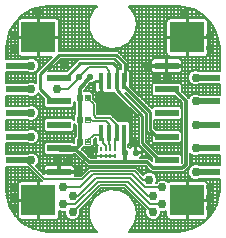
<source format=gtl>
G04 EAGLE Gerber RS-274X export*
G75*
%MOMM*%
%FSLAX34Y34*%
%LPD*%
%INComponent side*%
%IPPOS*%
%AMOC8*
5,1,8,0,0,$1,22.5*%
G01*
%ADD10R,2X0.6*%
%ADD11R,2.9X2.6*%
%ADD12R,0.45X1.45*%
%ADD13C,0.25*%
%ADD14C,0.125*%
%ADD15R,0.2X0.3*%
%ADD16C,0.15*%
%ADD17C,0.13*%
%ADD18C,0.7564*%
%ADD19C,0.3*%
G36*
X0499139Y0746713D02*
X0499139Y0746713D01*
X0499208Y0746715D01*
X0499309Y0746741D01*
X0499412Y0746758D01*
X0499476Y0746785D01*
X0499542Y0746802D01*
X0499634Y0746851D01*
X0499731Y0746891D01*
X0499787Y0746931D01*
X0499848Y0746964D01*
X0499927Y0747032D01*
X0500011Y0747093D01*
X0500057Y0747145D01*
X0500109Y0747191D01*
X0500169Y0747274D01*
X0500238Y0747354D01*
X0500270Y0747415D01*
X0500311Y0747471D01*
X0500349Y0747568D01*
X0500399Y0747660D01*
X0500416Y0747727D01*
X0500443Y0747791D01*
X0500459Y0747894D01*
X0500485Y0747995D01*
X0500492Y0748099D01*
X0500498Y0748132D01*
X0500496Y0748155D01*
X0500499Y0748199D01*
X0500499Y0757915D01*
X0500483Y0758053D01*
X0500473Y0758192D01*
X0500463Y0758225D01*
X0500459Y0758258D01*
X0500412Y0758389D01*
X0500371Y0758523D01*
X0500353Y0758552D01*
X0500342Y0758584D01*
X0500266Y0758700D01*
X0500195Y0758820D01*
X0500165Y0758854D01*
X0500152Y0758873D01*
X0500129Y0758896D01*
X0500060Y0758975D01*
X0486725Y0772310D01*
X0486616Y0772397D01*
X0486509Y0772488D01*
X0486479Y0772504D01*
X0486454Y0772525D01*
X0486328Y0772584D01*
X0486204Y0772649D01*
X0486171Y0772657D01*
X0486141Y0772672D01*
X0486004Y0772700D01*
X0485870Y0772735D01*
X0485824Y0772738D01*
X0485803Y0772743D01*
X0485769Y0772742D01*
X0485665Y0772749D01*
X0479518Y0772749D01*
X0479402Y0772736D01*
X0479286Y0772731D01*
X0479231Y0772716D01*
X0479174Y0772709D01*
X0479065Y0772670D01*
X0478952Y0772639D01*
X0478879Y0772603D01*
X0478849Y0772591D01*
X0478825Y0772576D01*
X0478768Y0772548D01*
X0478481Y0772382D01*
X0477835Y0772209D01*
X0476749Y0772209D01*
X0476749Y0775000D01*
X0476745Y0775035D01*
X0476748Y0775070D01*
X0476725Y0775207D01*
X0476710Y0775343D01*
X0476697Y0775377D01*
X0476692Y0775412D01*
X0476639Y0775539D01*
X0476592Y0775669D01*
X0476573Y0775698D01*
X0476559Y0775731D01*
X0476479Y0775843D01*
X0476402Y0775958D01*
X0476378Y0775983D01*
X0476357Y0776011D01*
X0476252Y0776102D01*
X0476153Y0776197D01*
X0476123Y0776215D01*
X0476096Y0776238D01*
X0475973Y0776302D01*
X0475854Y0776372D01*
X0475820Y0776382D01*
X0475790Y0776399D01*
X0475656Y0776433D01*
X0475525Y0776474D01*
X0475489Y0776476D01*
X0475455Y0776485D01*
X0475250Y0776499D01*
X0475215Y0776495D01*
X0475180Y0776498D01*
X0475179Y0776498D01*
X0475043Y0776475D01*
X0474906Y0776459D01*
X0474873Y0776447D01*
X0474838Y0776442D01*
X0474711Y0776389D01*
X0474581Y0776341D01*
X0474551Y0776323D01*
X0474519Y0776309D01*
X0474407Y0776228D01*
X0474292Y0776153D01*
X0474266Y0776127D01*
X0474238Y0776107D01*
X0474148Y0776003D01*
X0474052Y0775903D01*
X0474035Y0775872D01*
X0474012Y0775846D01*
X0473948Y0775723D01*
X0473878Y0775605D01*
X0473868Y0775571D01*
X0473851Y0775539D01*
X0473817Y0775406D01*
X0473776Y0775274D01*
X0473773Y0775239D01*
X0473765Y0775205D01*
X0473751Y0775000D01*
X0473751Y0772209D01*
X0472665Y0772209D01*
X0472019Y0772382D01*
X0471750Y0772538D01*
X0471675Y0772570D01*
X0471605Y0772612D01*
X0471517Y0772639D01*
X0471432Y0772675D01*
X0471352Y0772690D01*
X0471274Y0772714D01*
X0471183Y0772720D01*
X0471092Y0772736D01*
X0471011Y0772732D01*
X0470929Y0772737D01*
X0470839Y0772722D01*
X0470747Y0772717D01*
X0470668Y0772694D01*
X0470588Y0772681D01*
X0470503Y0772646D01*
X0470415Y0772620D01*
X0470344Y0772580D01*
X0470269Y0772548D01*
X0470194Y0772495D01*
X0470114Y0772449D01*
X0470055Y0772394D01*
X0469989Y0772346D01*
X0469928Y0772277D01*
X0469861Y0772214D01*
X0469814Y0772146D01*
X0469762Y0772085D01*
X0469719Y0772004D01*
X0469668Y0771927D01*
X0469639Y0771851D01*
X0469600Y0771778D01*
X0469578Y0771690D01*
X0469546Y0771604D01*
X0469535Y0771523D01*
X0469515Y0771444D01*
X0469504Y0771281D01*
X0469501Y0771260D01*
X0469502Y0771253D01*
X0469501Y0771240D01*
X0469501Y0765492D01*
X0469517Y0765354D01*
X0469527Y0765214D01*
X0469537Y0765182D01*
X0469540Y0765149D01*
X0469587Y0765018D01*
X0469629Y0764884D01*
X0469647Y0764855D01*
X0469658Y0764823D01*
X0469734Y0764706D01*
X0469805Y0764586D01*
X0469835Y0764552D01*
X0469847Y0764534D01*
X0469871Y0764511D01*
X0469940Y0764432D01*
X0470820Y0763550D01*
X0470820Y0754720D01*
X0470824Y0754685D01*
X0470822Y0754649D01*
X0470845Y0754513D01*
X0470861Y0754377D01*
X0470873Y0754343D01*
X0470878Y0754308D01*
X0470931Y0754181D01*
X0470978Y0754051D01*
X0470997Y0754021D01*
X0471011Y0753989D01*
X0471092Y0753877D01*
X0471167Y0753762D01*
X0471193Y0753737D01*
X0471213Y0753709D01*
X0471317Y0753618D01*
X0471417Y0753523D01*
X0471448Y0753505D01*
X0471474Y0753482D01*
X0471597Y0753418D01*
X0471715Y0753348D01*
X0471749Y0753338D01*
X0471781Y0753321D01*
X0471914Y0753287D01*
X0472046Y0753246D01*
X0472081Y0753244D01*
X0472115Y0753235D01*
X0472320Y0753221D01*
X0483137Y0753221D01*
X0488668Y0747690D01*
X0488777Y0747603D01*
X0488882Y0747512D01*
X0488912Y0747496D01*
X0488939Y0747475D01*
X0489065Y0747416D01*
X0489189Y0747351D01*
X0489221Y0747343D01*
X0489252Y0747328D01*
X0489388Y0747300D01*
X0489523Y0747265D01*
X0489568Y0747262D01*
X0489590Y0747257D01*
X0489624Y0747257D01*
X0489728Y0747251D01*
X0497829Y0747251D01*
X0497939Y0747140D01*
X0498022Y0747075D01*
X0498097Y0747003D01*
X0498157Y0746968D01*
X0498211Y0746925D01*
X0498305Y0746881D01*
X0498395Y0746828D01*
X0498461Y0746807D01*
X0498524Y0746778D01*
X0498626Y0746757D01*
X0498726Y0746726D01*
X0498795Y0746721D01*
X0498862Y0746707D01*
X0498966Y0746709D01*
X0499071Y0746701D01*
X0499139Y0746713D01*
G37*
D10*
X0404500Y0795000D03*
X0439500Y0785000D03*
X0404500Y0775000D03*
X0439500Y0765000D03*
X0404500Y0755000D03*
X0439500Y0745000D03*
X0404500Y0735000D03*
X0439500Y0725000D03*
X0404500Y0715000D03*
X0439500Y0705000D03*
D11*
X0422000Y0819000D03*
X0422000Y0681000D03*
D12*
X0494750Y0782000D03*
X0488250Y0782000D03*
X0481750Y0782000D03*
X0475250Y0782000D03*
X0475250Y0738000D03*
X0481750Y0738000D03*
X0488250Y0738000D03*
X0494750Y0738000D03*
D13*
X0457525Y0784350D02*
X0455025Y0784350D01*
X0455025Y0786850D01*
X0457525Y0786850D01*
X0457525Y0784350D01*
X0457525Y0786725D02*
X0455025Y0786725D01*
X0464275Y0784350D02*
X0466775Y0784350D01*
X0464275Y0784350D02*
X0464275Y0786850D01*
X0466775Y0786850D01*
X0466775Y0784350D01*
X0466775Y0786725D02*
X0464275Y0786725D01*
X0493825Y0720250D02*
X0496325Y0720250D01*
X0493825Y0720250D02*
X0493825Y0722750D01*
X0496325Y0722750D01*
X0496325Y0720250D01*
X0496325Y0722625D02*
X0493825Y0722625D01*
X0503075Y0720250D02*
X0505575Y0720250D01*
X0503075Y0720250D02*
X0503075Y0722750D01*
X0505575Y0722750D01*
X0505575Y0720250D01*
X0505575Y0722625D02*
X0503075Y0722625D01*
D10*
X0565500Y0705000D03*
X0530500Y0715000D03*
X0565500Y0725000D03*
X0530500Y0735000D03*
X0565500Y0745000D03*
X0530500Y0755000D03*
X0565500Y0765000D03*
X0530500Y0775000D03*
X0565500Y0785000D03*
X0530500Y0795000D03*
D11*
X0548000Y0681000D03*
X0548000Y0819000D03*
D14*
X0465289Y0769975D02*
X0461539Y0769975D01*
X0465289Y0769975D02*
X0465289Y0766225D01*
X0461539Y0766225D01*
X0461539Y0769975D01*
X0461539Y0767411D02*
X0465289Y0767411D01*
X0465289Y0768599D02*
X0461539Y0768599D01*
X0461539Y0769786D02*
X0465289Y0769786D01*
X0458661Y0769975D02*
X0454911Y0769975D01*
X0458661Y0769975D02*
X0458661Y0766225D01*
X0454911Y0766225D01*
X0454911Y0769975D01*
X0454911Y0767411D02*
X0458661Y0767411D01*
X0458661Y0768599D02*
X0454911Y0768599D01*
X0454911Y0769786D02*
X0458661Y0769786D01*
X0461639Y0751375D02*
X0465389Y0751375D01*
X0465389Y0747625D01*
X0461639Y0747625D01*
X0461639Y0751375D01*
X0461639Y0748812D02*
X0465389Y0748812D01*
X0465389Y0749999D02*
X0461639Y0749999D01*
X0461639Y0751186D02*
X0465389Y0751186D01*
X0458761Y0751375D02*
X0455011Y0751375D01*
X0458761Y0751375D02*
X0458761Y0747625D01*
X0455011Y0747625D01*
X0455011Y0751375D01*
X0455011Y0748812D02*
X0458761Y0748812D01*
X0458761Y0749999D02*
X0455011Y0749999D01*
X0455011Y0751186D02*
X0458761Y0751186D01*
X0461639Y0732875D02*
X0465389Y0732875D01*
X0465389Y0729125D01*
X0461639Y0729125D01*
X0461639Y0732875D01*
X0461639Y0730312D02*
X0465389Y0730312D01*
X0465389Y0731499D02*
X0461639Y0731499D01*
X0461639Y0732685D02*
X0465389Y0732685D01*
X0458761Y0732875D02*
X0455011Y0732875D01*
X0458761Y0732875D02*
X0458761Y0729125D01*
X0455011Y0729125D01*
X0455011Y0732875D01*
X0455011Y0730312D02*
X0458761Y0730312D01*
X0458761Y0731499D02*
X0455011Y0731499D01*
X0455011Y0732685D02*
X0458761Y0732685D01*
D15*
X0475000Y0718500D03*
X0479000Y0718500D03*
X0483000Y0718500D03*
X0487000Y0718500D03*
X0487000Y0724500D03*
X0483000Y0724500D03*
X0479000Y0724500D03*
X0475000Y0724500D03*
D16*
X0463514Y0731000D02*
X0468814Y0736300D01*
X0473550Y0736300D02*
X0475250Y0738000D01*
X0473550Y0736300D02*
X0468814Y0736300D01*
X0476750Y0733100D02*
X0476750Y0729611D01*
X0476750Y0733100D02*
X0473550Y0736300D01*
X0479000Y0727360D02*
X0479000Y0724500D01*
X0479000Y0727360D02*
X0476750Y0729611D01*
X0481850Y0738100D02*
X0481850Y0745489D01*
X0481850Y0738100D02*
X0481750Y0738000D01*
X0481850Y0745489D02*
X0479239Y0748100D01*
X0468100Y0748100D01*
X0466700Y0749500D01*
X0463514Y0749500D01*
X0482750Y0724750D02*
X0483000Y0724500D01*
X0481750Y0728528D02*
X0481750Y0738000D01*
X0482750Y0727527D02*
X0482750Y0724750D01*
X0482750Y0727527D02*
X0481750Y0728528D01*
X0488250Y0738000D02*
X0488250Y0745250D01*
X0482300Y0751200D02*
X0470800Y0751200D01*
X0468800Y0753199D01*
X0468800Y0762714D02*
X0463414Y0768100D01*
X0482300Y0751200D02*
X0488250Y0745250D01*
X0468800Y0753199D02*
X0468800Y0762714D01*
X0486800Y0724700D02*
X0487000Y0724500D01*
X0486800Y0724700D02*
X0486800Y0733350D01*
X0488250Y0734800D02*
X0488250Y0738000D01*
X0488250Y0734800D02*
X0486800Y0733350D01*
D17*
X0506830Y0730613D02*
X0506830Y0727987D01*
X0517849Y0716966D01*
X0517849Y0714487D01*
X0515717Y0716620D01*
X0508168Y0716620D01*
X0508301Y0716697D01*
X0509128Y0717524D01*
X0509711Y0718536D01*
X0510015Y0719665D01*
X0510015Y0720900D01*
X0504925Y0720900D01*
X0504925Y0722099D01*
X0510015Y0722099D01*
X0510015Y0723335D01*
X0509711Y0724464D01*
X0509128Y0725476D01*
X0508301Y0726303D01*
X0507288Y0726887D01*
X0506160Y0727189D01*
X0504925Y0727189D01*
X0504925Y0722099D01*
X0503725Y0722099D01*
X0503725Y0727189D01*
X0502490Y0727189D01*
X0501361Y0726887D01*
X0500349Y0726303D01*
X0499522Y0725476D01*
X0499373Y0725218D01*
X0498170Y0726420D01*
X0498170Y0728172D01*
X0499650Y0729652D01*
X0499650Y0746348D01*
X0498097Y0747899D01*
X0489376Y0747899D01*
X0483406Y0753870D01*
X0471906Y0753870D01*
X0471470Y0754306D01*
X0471470Y0763820D01*
X0469906Y0765384D01*
X0468564Y0766726D01*
X0468564Y0771332D01*
X0466646Y0773250D01*
X0460206Y0773250D01*
X0460206Y0773844D01*
X0465693Y0780450D01*
X0468390Y0780450D01*
X0470415Y0782475D01*
X0474775Y0782475D01*
X0474775Y0781525D01*
X0469810Y0781525D01*
X0469810Y0774329D01*
X0470027Y0773519D01*
X0470447Y0772791D01*
X0471041Y0772197D01*
X0471769Y0771777D01*
X0472579Y0771560D01*
X0474775Y0771560D01*
X0474775Y0781525D01*
X0475725Y0781525D01*
X0475725Y0771560D01*
X0477920Y0771560D01*
X0478731Y0771777D01*
X0479290Y0772100D01*
X0486017Y0772100D01*
X0506830Y0751287D01*
X0506830Y0730613D01*
X0475000Y0718500D02*
X0475000Y0718500D01*
X0479000Y0718500D01*
X0479000Y0718500D01*
X0478810Y0718500D01*
X0475000Y0718500D01*
X0479000Y0718500D02*
X0479000Y0718500D01*
X0483000Y0718500D01*
X0483000Y0718500D01*
X0482810Y0718500D01*
X0479000Y0718500D01*
X0460073Y0725849D02*
X0458630Y0724406D01*
X0460073Y0725849D02*
X0460118Y0725849D01*
X0460199Y0725932D01*
X0460282Y0725849D01*
X0466746Y0725849D01*
X0468664Y0727768D01*
X0468664Y0732373D01*
X0469920Y0733630D01*
X0470349Y0733630D01*
X0470349Y0729652D01*
X0471902Y0728100D01*
X0472352Y0728100D01*
X0471350Y0727098D01*
X0471350Y0721902D01*
X0471391Y0721861D01*
X0471027Y0721230D01*
X0470810Y0720420D01*
X0470810Y0718500D01*
X0475000Y0718500D01*
X0475000Y0718500D01*
X0470810Y0718500D01*
X0470810Y0716620D01*
X0466417Y0716620D01*
X0458630Y0724406D01*
X0483000Y0718500D02*
X0483000Y0718500D01*
X0487000Y0718500D01*
X0487000Y0718500D01*
X0483000Y0718500D01*
X0543150Y0773687D02*
X0543150Y0779098D01*
X0541598Y0780650D01*
X0519402Y0780650D01*
X0517849Y0779098D01*
X0517849Y0770902D01*
X0519402Y0769350D01*
X0537813Y0769350D01*
X0543180Y0763983D01*
X0543180Y0712617D01*
X0543150Y0712587D01*
X0543150Y0719098D01*
X0541598Y0720650D01*
X0523133Y0720650D01*
X0513170Y0730613D01*
X0513170Y0753913D01*
X0494983Y0772100D01*
X0495717Y0772100D01*
X0513530Y0754286D01*
X0513530Y0739487D01*
X0517849Y0735167D01*
X0517849Y0730902D01*
X0519402Y0729350D01*
X0541598Y0729350D01*
X0543150Y0730902D01*
X0543150Y0739098D01*
X0541598Y0740650D01*
X0521333Y0740650D01*
X0519870Y0742113D01*
X0519870Y0749350D01*
X0541598Y0749350D01*
X0543150Y0750902D01*
X0543150Y0759098D01*
X0541598Y0760650D01*
X0519402Y0760650D01*
X0517849Y0759098D01*
X0517849Y0758933D01*
X0499650Y0777133D01*
X0499650Y0790348D01*
X0498170Y0791828D01*
X0498170Y0798313D01*
X0496312Y0800170D01*
X0489013Y0807470D01*
X0439690Y0807470D01*
X0439690Y0818350D01*
X0422650Y0818350D01*
X0422650Y0819650D01*
X0439690Y0819650D01*
X0439690Y0832420D01*
X0439473Y0833231D01*
X0439052Y0833959D01*
X0438459Y0834552D01*
X0437731Y0834973D01*
X0436920Y0835190D01*
X0422650Y0835190D01*
X0422650Y0819650D01*
X0421350Y0819650D01*
X0421350Y0835190D01*
X0407080Y0835190D01*
X0406269Y0834973D01*
X0405541Y0834552D01*
X0404947Y0833959D01*
X0404527Y0833231D01*
X0404310Y0832420D01*
X0404310Y0819650D01*
X0421350Y0819650D01*
X0421350Y0818350D01*
X0404310Y0818350D01*
X0404310Y0805579D01*
X0404527Y0804769D01*
X0404947Y0804041D01*
X0405541Y0803447D01*
X0406269Y0803027D01*
X0407080Y0802810D01*
X0421350Y0802810D01*
X0421350Y0818350D01*
X0422650Y0818350D01*
X0422650Y0802810D01*
X0433627Y0802810D01*
X0419968Y0789152D01*
X0419968Y0780020D01*
X0419536Y0780453D01*
X0417172Y0781432D01*
X0414614Y0781432D01*
X0412725Y0780650D01*
X0394650Y0780650D01*
X0394650Y0789350D01*
X0413091Y0789350D01*
X0414721Y0788675D01*
X0417279Y0788675D01*
X0419643Y0789654D01*
X0421453Y0791464D01*
X0422432Y0793828D01*
X0422432Y0796386D01*
X0421453Y0798750D01*
X0419643Y0800560D01*
X0417279Y0801538D01*
X0414721Y0801538D01*
X0412573Y0800650D01*
X0394650Y0800650D01*
X0394650Y0810000D01*
X0394951Y0814614D01*
X0397341Y0823528D01*
X0397341Y0823528D01*
X0401955Y0831520D01*
X0408480Y0838045D01*
X0416472Y0842659D01*
X0425386Y0845048D01*
X0430000Y0845350D01*
X0471860Y0845350D01*
X0468294Y0842137D01*
X0468294Y0842137D01*
X0464801Y0834293D01*
X0464801Y0825707D01*
X0468294Y0817862D01*
X0468294Y0817862D01*
X0468294Y0817862D01*
X0474675Y0812117D01*
X0474675Y0812117D01*
X0482841Y0809463D01*
X0482842Y0809463D01*
X0491381Y0810361D01*
X0498818Y0814654D01*
X0498818Y0814654D01*
X0503865Y0821601D01*
X0505650Y0830000D01*
X0505650Y0830000D01*
X0503865Y0838399D01*
X0503865Y0838399D01*
X0498818Y0845346D01*
X0498818Y0845346D01*
X0498818Y0845346D01*
X0498810Y0845350D01*
X0540000Y0845350D01*
X0544614Y0845048D01*
X0553528Y0842659D01*
X0561520Y0838045D01*
X0568045Y0831520D01*
X0572659Y0823528D01*
X0575048Y0814614D01*
X0575350Y0810000D01*
X0575350Y0790650D01*
X0558167Y0790650D01*
X0556279Y0791432D01*
X0553721Y0791432D01*
X0551357Y0790453D01*
X0549547Y0788643D01*
X0548568Y0786279D01*
X0548568Y0783721D01*
X0549547Y0781357D01*
X0551357Y0779547D01*
X0553721Y0778567D01*
X0556279Y0778567D01*
X0558167Y0779350D01*
X0575350Y0779350D01*
X0575350Y0770650D01*
X0558167Y0770650D01*
X0556279Y0771432D01*
X0553721Y0771432D01*
X0551357Y0770453D01*
X0549547Y0768643D01*
X0549151Y0767685D01*
X0543150Y0773687D01*
X0529850Y0788810D02*
X0529850Y0794350D01*
X0531150Y0794350D01*
X0531150Y0788810D01*
X0540920Y0788810D01*
X0541731Y0789027D01*
X0542459Y0789447D01*
X0543053Y0790040D01*
X0543473Y0790769D01*
X0543690Y0791580D01*
X0543690Y0794350D01*
X0531150Y0794350D01*
X0531150Y0795650D01*
X0543690Y0795650D01*
X0543690Y0798420D01*
X0543473Y0799231D01*
X0543053Y0799959D01*
X0542459Y0800553D01*
X0541731Y0800973D01*
X0540920Y0801190D01*
X0531150Y0801190D01*
X0531150Y0795650D01*
X0529850Y0795650D01*
X0529850Y0801190D01*
X0520079Y0801190D01*
X0519269Y0800973D01*
X0518541Y0800553D01*
X0517947Y0799959D01*
X0517527Y0799231D01*
X0517310Y0798420D01*
X0517310Y0795650D01*
X0529850Y0795650D01*
X0529850Y0794350D01*
X0517310Y0794350D01*
X0517310Y0791580D01*
X0517527Y0790769D01*
X0517947Y0790040D01*
X0518541Y0789447D01*
X0519269Y0789027D01*
X0520079Y0788810D01*
X0529850Y0788810D01*
X0548650Y0818350D02*
X0565690Y0818350D01*
X0548650Y0818350D02*
X0548650Y0819650D01*
X0565690Y0819650D01*
X0565690Y0832420D01*
X0565473Y0833231D01*
X0565053Y0833959D01*
X0564459Y0834552D01*
X0563731Y0834973D01*
X0562920Y0835190D01*
X0548650Y0835190D01*
X0548650Y0819650D01*
X0547350Y0819650D01*
X0547350Y0835190D01*
X0533080Y0835190D01*
X0532269Y0834973D01*
X0531541Y0834552D01*
X0530947Y0833959D01*
X0530527Y0833231D01*
X0530310Y0832420D01*
X0530310Y0819650D01*
X0547350Y0819650D01*
X0547350Y0818350D01*
X0530310Y0818350D01*
X0530310Y0805579D01*
X0530527Y0804769D01*
X0530947Y0804041D01*
X0531541Y0803447D01*
X0532269Y0803027D01*
X0533080Y0802810D01*
X0547350Y0802810D01*
X0547350Y0818350D01*
X0548650Y0818350D01*
X0548650Y0802810D01*
X0562920Y0802810D01*
X0563731Y0803027D01*
X0564459Y0803447D01*
X0565053Y0804041D01*
X0565473Y0804769D01*
X0565690Y0805579D01*
X0565690Y0818350D01*
X0440150Y0711190D02*
X0440150Y0705650D01*
X0438850Y0705650D01*
X0438850Y0711190D01*
X0429080Y0711190D01*
X0428269Y0710973D01*
X0427541Y0710553D01*
X0426947Y0709959D01*
X0426527Y0709231D01*
X0426310Y0708420D01*
X0426310Y0705650D01*
X0438850Y0705650D01*
X0438850Y0704350D01*
X0426310Y0704350D01*
X0426310Y0703466D01*
X0419883Y0709893D01*
X0421453Y0711464D01*
X0422432Y0713828D01*
X0422432Y0716386D01*
X0421453Y0718750D01*
X0419643Y0720560D01*
X0417279Y0721538D01*
X0414721Y0721538D01*
X0412573Y0720650D01*
X0394650Y0720650D01*
X0394650Y0729350D01*
X0413091Y0729350D01*
X0414721Y0728675D01*
X0417279Y0728675D01*
X0419643Y0729654D01*
X0421453Y0731464D01*
X0422432Y0733828D01*
X0422432Y0736386D01*
X0421453Y0738750D01*
X0419643Y0740560D01*
X0417279Y0741538D01*
X0414721Y0741538D01*
X0412573Y0740650D01*
X0394650Y0740650D01*
X0394650Y0749350D01*
X0413091Y0749350D01*
X0414721Y0748675D01*
X0417279Y0748675D01*
X0419643Y0749654D01*
X0421453Y0751464D01*
X0422432Y0753828D01*
X0422432Y0756386D01*
X0421453Y0758750D01*
X0419643Y0760560D01*
X0417279Y0761538D01*
X0414721Y0761538D01*
X0412573Y0760650D01*
X0394650Y0760650D01*
X0394650Y0769350D01*
X0412725Y0769350D01*
X0414614Y0768567D01*
X0417172Y0768567D01*
X0419536Y0769547D01*
X0421346Y0771357D01*
X0421625Y0772031D01*
X0421826Y0771829D01*
X0426850Y0766806D01*
X0426850Y0760902D01*
X0428402Y0759350D01*
X0450598Y0759350D01*
X0452150Y0760902D01*
X0452150Y0764355D01*
X0453366Y0763138D01*
X0453366Y0754362D01*
X0451736Y0752732D01*
X0451736Y0749512D01*
X0450598Y0750650D01*
X0428402Y0750650D01*
X0426850Y0749098D01*
X0426850Y0740902D01*
X0428402Y0739350D01*
X0450598Y0739350D01*
X0452150Y0740902D01*
X0452150Y0745855D01*
X0453466Y0744538D01*
X0453466Y0735962D01*
X0451736Y0734232D01*
X0451736Y0729512D01*
X0450598Y0730650D01*
X0428402Y0730650D01*
X0426850Y0729098D01*
X0426850Y0720902D01*
X0428402Y0719350D01*
X0450598Y0719350D01*
X0451828Y0720579D01*
X0452783Y0720579D01*
X0463583Y0709780D01*
X0512883Y0709780D01*
X0515880Y0706783D01*
X0515880Y0706783D01*
X0517780Y0704883D01*
X0517179Y0705132D01*
X0514621Y0705132D01*
X0512257Y0704153D01*
X0510690Y0702586D01*
X0504606Y0708670D01*
X0464894Y0708670D01*
X0463330Y0707106D01*
X0457894Y0701670D01*
X0452690Y0701670D01*
X0452690Y0704350D01*
X0440150Y0704350D01*
X0440150Y0705650D01*
X0452690Y0705650D01*
X0452690Y0708420D01*
X0452473Y0709231D01*
X0452053Y0709959D01*
X0451459Y0710553D01*
X0450730Y0710973D01*
X0449920Y0711190D01*
X0440150Y0711190D01*
X0422650Y0697189D02*
X0422650Y0681650D01*
X0421350Y0681650D01*
X0421350Y0697189D01*
X0407080Y0697189D01*
X0406269Y0696973D01*
X0405541Y0696553D01*
X0404947Y0695959D01*
X0404527Y0695231D01*
X0404310Y0694420D01*
X0404310Y0681650D01*
X0421350Y0681650D01*
X0421350Y0680350D01*
X0404310Y0680350D01*
X0404310Y0667580D01*
X0404527Y0666769D01*
X0404947Y0666041D01*
X0405541Y0665447D01*
X0406269Y0665027D01*
X0407080Y0664810D01*
X0421350Y0664810D01*
X0421350Y0680350D01*
X0422650Y0680350D01*
X0422650Y0664810D01*
X0436920Y0664810D01*
X0437731Y0665027D01*
X0438459Y0665447D01*
X0439052Y0666041D01*
X0439473Y0666769D01*
X0439690Y0667580D01*
X0439690Y0672409D01*
X0441721Y0671568D01*
X0444279Y0671568D01*
X0444568Y0671688D01*
X0444568Y0669721D01*
X0445546Y0667357D01*
X0447357Y0665547D01*
X0449721Y0664568D01*
X0452279Y0664568D01*
X0454643Y0665547D01*
X0456453Y0667357D01*
X0457432Y0669721D01*
X0457432Y0672279D01*
X0457029Y0673253D01*
X0475105Y0691330D01*
X0494394Y0691330D01*
X0512825Y0672899D01*
X0512568Y0672279D01*
X0512568Y0669721D01*
X0513547Y0667357D01*
X0515357Y0665547D01*
X0517721Y0664568D01*
X0520279Y0664568D01*
X0522643Y0665547D01*
X0524453Y0667357D01*
X0525432Y0669721D01*
X0525432Y0671688D01*
X0525721Y0671568D01*
X0528279Y0671568D01*
X0530310Y0672409D01*
X0530310Y0667580D01*
X0530527Y0666769D01*
X0530947Y0666041D01*
X0531541Y0665447D01*
X0532269Y0665027D01*
X0533080Y0664810D01*
X0547350Y0664810D01*
X0547350Y0680350D01*
X0548650Y0680350D01*
X0548650Y0664810D01*
X0562920Y0664810D01*
X0563731Y0665027D01*
X0564459Y0665447D01*
X0565053Y0666041D01*
X0565473Y0666769D01*
X0565690Y0667580D01*
X0565690Y0680350D01*
X0548650Y0680350D01*
X0548650Y0681650D01*
X0565690Y0681650D01*
X0565690Y0694420D01*
X0565473Y0695231D01*
X0565053Y0695959D01*
X0564459Y0696553D01*
X0563731Y0696973D01*
X0562920Y0697189D01*
X0548650Y0697189D01*
X0548650Y0681650D01*
X0547350Y0681650D01*
X0547350Y0697189D01*
X0533080Y0697189D01*
X0532269Y0696973D01*
X0531543Y0696553D01*
X0530643Y0697453D01*
X0528279Y0698432D01*
X0525721Y0698432D01*
X0523357Y0697453D01*
X0521629Y0695726D01*
X0522331Y0697420D01*
X0522331Y0699979D01*
X0521353Y0702343D01*
X0519543Y0704153D01*
X0518029Y0704780D01*
X0545017Y0704780D01*
X0548017Y0707780D01*
X0550020Y0709783D01*
X0550020Y0720884D01*
X0551357Y0719547D01*
X0553721Y0718567D01*
X0556279Y0718567D01*
X0558167Y0719350D01*
X0575350Y0719350D01*
X0575350Y0710650D01*
X0558167Y0710650D01*
X0556279Y0711432D01*
X0553721Y0711432D01*
X0551357Y0710453D01*
X0549547Y0708643D01*
X0548568Y0706279D01*
X0548568Y0703721D01*
X0549547Y0701357D01*
X0551357Y0699547D01*
X0553721Y0698567D01*
X0556279Y0698567D01*
X0558167Y0699350D01*
X0575350Y0699350D01*
X0575350Y0690000D01*
X0575048Y0685386D01*
X0572659Y0676472D01*
X0568045Y0668480D01*
X0561520Y0661955D01*
X0553528Y0657341D01*
X0544614Y0654952D01*
X0540000Y0654650D01*
X0498810Y0654650D01*
X0498818Y0654654D01*
X0498818Y0654654D01*
X0498818Y0654654D01*
X0503865Y0661601D01*
X0503865Y0661601D01*
X0505650Y0670000D01*
X0503865Y0678399D01*
X0503865Y0678399D01*
X0498818Y0685346D01*
X0498818Y0685346D01*
X0498818Y0685346D01*
X0491381Y0689639D01*
X0491381Y0689639D01*
X0482842Y0690537D01*
X0482841Y0690537D01*
X0474675Y0687883D01*
X0474675Y0687883D01*
X0468294Y0682138D01*
X0468294Y0682138D01*
X0464801Y0674293D01*
X0464801Y0665707D01*
X0468294Y0657861D01*
X0468294Y0657861D01*
X0471860Y0654650D01*
X0430000Y0654650D01*
X0425386Y0654952D01*
X0416472Y0657341D01*
X0408480Y0661955D01*
X0401955Y0668480D01*
X0397341Y0676472D01*
X0394951Y0685386D01*
X0394650Y0690000D01*
X0394650Y0709350D01*
X0412874Y0709350D01*
X0424330Y0697894D01*
X0425034Y0697189D01*
X0422650Y0697189D01*
X0455987Y0800470D02*
X0458613Y0800470D01*
X0455987Y0800470D02*
X0446167Y0790650D01*
X0430433Y0790650D01*
X0440913Y0801130D01*
X0486387Y0801130D01*
X0491830Y0795687D01*
X0491830Y0791900D01*
X0491419Y0791900D01*
X0491419Y0795063D01*
X0486013Y0800470D01*
X0483387Y0800470D01*
X0458613Y0800470D01*
X0470362Y0656000D02*
X0421475Y0656000D01*
X0499795Y0656000D02*
X0548524Y0656000D01*
X0467787Y0659000D02*
X0413598Y0659000D01*
X0501975Y0659000D02*
X0556402Y0659000D01*
X0466452Y0662000D02*
X0408435Y0662000D01*
X0503949Y0662000D02*
X0561565Y0662000D01*
X0406370Y0665000D02*
X0405435Y0665000D01*
X0421350Y0665000D02*
X0422650Y0665000D01*
X0437629Y0665000D02*
X0448678Y0665000D01*
X0453322Y0665000D02*
X0465116Y0665000D01*
X0504587Y0665000D02*
X0516678Y0665000D01*
X0521322Y0665000D02*
X0532371Y0665000D01*
X0547350Y0665000D02*
X0548650Y0665000D01*
X0563629Y0665000D02*
X0564565Y0665000D01*
X0404310Y0668000D02*
X0402435Y0668000D01*
X0421350Y0668000D02*
X0422650Y0668000D01*
X0439690Y0668000D02*
X0445281Y0668000D01*
X0456719Y0668000D02*
X0464801Y0668000D01*
X0505225Y0668000D02*
X0513281Y0668000D01*
X0524719Y0668000D02*
X0530310Y0668000D01*
X0547350Y0668000D02*
X0548650Y0668000D01*
X0565690Y0668000D02*
X0567565Y0668000D01*
X0404310Y0671000D02*
X0400500Y0671000D01*
X0421350Y0671000D02*
X0422650Y0671000D01*
X0439690Y0671000D02*
X0444568Y0671000D01*
X0457432Y0671000D02*
X0464801Y0671000D01*
X0505437Y0671000D02*
X0512568Y0671000D01*
X0525432Y0671000D02*
X0530310Y0671000D01*
X0547350Y0671000D02*
X0548650Y0671000D01*
X0565690Y0671000D02*
X0569500Y0671000D01*
X0404310Y0674000D02*
X0398768Y0674000D01*
X0421350Y0674000D02*
X0422650Y0674000D01*
X0457776Y0674000D02*
X0464801Y0674000D01*
X0504800Y0674000D02*
X0511723Y0674000D01*
X0547350Y0674000D02*
X0548650Y0674000D01*
X0565690Y0674000D02*
X0571232Y0674000D01*
X0404310Y0677000D02*
X0397199Y0677000D01*
X0421350Y0677000D02*
X0422650Y0677000D01*
X0460776Y0677000D02*
X0466006Y0677000D01*
X0504162Y0677000D02*
X0508724Y0677000D01*
X0547350Y0677000D02*
X0548650Y0677000D01*
X0565690Y0677000D02*
X0572801Y0677000D01*
X0404310Y0680000D02*
X0396396Y0680000D01*
X0421350Y0680000D02*
X0422650Y0680000D01*
X0463776Y0680000D02*
X0467342Y0680000D01*
X0502702Y0680000D02*
X0505724Y0680000D01*
X0547350Y0680000D02*
X0548650Y0680000D01*
X0565690Y0680000D02*
X0573604Y0680000D01*
X0404310Y0683000D02*
X0395591Y0683000D01*
X0421350Y0683000D02*
X0422650Y0683000D01*
X0466776Y0683000D02*
X0469251Y0683000D01*
X0500522Y0683000D02*
X0502724Y0683000D01*
X0547350Y0683000D02*
X0548650Y0683000D01*
X0565690Y0683000D02*
X0574408Y0683000D01*
X0404310Y0686000D02*
X0394912Y0686000D01*
X0421350Y0686000D02*
X0422650Y0686000D01*
X0469776Y0686000D02*
X0472583Y0686000D01*
X0497685Y0686000D02*
X0499724Y0686000D01*
X0547350Y0686000D02*
X0548650Y0686000D01*
X0565690Y0686000D02*
X0575088Y0686000D01*
X0404310Y0689000D02*
X0394716Y0689000D01*
X0421350Y0689000D02*
X0422650Y0689000D01*
X0472776Y0689000D02*
X0478112Y0689000D01*
X0492488Y0689000D02*
X0496723Y0689000D01*
X0547350Y0689000D02*
X0548650Y0689000D01*
X0565690Y0689000D02*
X0575284Y0689000D01*
X0404310Y0692000D02*
X0394650Y0692000D01*
X0421350Y0692000D02*
X0422650Y0692000D01*
X0547350Y0692000D02*
X0548650Y0692000D01*
X0565690Y0692000D02*
X0575350Y0692000D01*
X0404465Y0695000D02*
X0394650Y0695000D01*
X0421350Y0695000D02*
X0422650Y0695000D01*
X0547350Y0695000D02*
X0548650Y0695000D01*
X0565535Y0695000D02*
X0575350Y0695000D01*
X0424224Y0698000D02*
X0394650Y0698000D01*
X0522331Y0698000D02*
X0524678Y0698000D01*
X0529322Y0698000D02*
X0575350Y0698000D01*
X0421224Y0701000D02*
X0394650Y0701000D01*
X0521909Y0701000D02*
X0549904Y0701000D01*
X0418224Y0704000D02*
X0394650Y0704000D01*
X0425775Y0704000D02*
X0426310Y0704000D01*
X0452690Y0704000D02*
X0460224Y0704000D01*
X0509276Y0704000D02*
X0512104Y0704000D01*
X0519696Y0704000D02*
X0548568Y0704000D01*
X0415224Y0707000D02*
X0394650Y0707000D01*
X0422776Y0707000D02*
X0426310Y0707000D01*
X0438850Y0707000D02*
X0440150Y0707000D01*
X0452690Y0707000D02*
X0463224Y0707000D01*
X0506276Y0707000D02*
X0515663Y0707000D01*
X0547237Y0707000D02*
X0548867Y0707000D01*
X0426989Y0710000D02*
X0419989Y0710000D01*
X0438850Y0710000D02*
X0440150Y0710000D01*
X0452010Y0710000D02*
X0463363Y0710000D01*
X0550020Y0710000D02*
X0550904Y0710000D01*
X0460363Y0713000D02*
X0422089Y0713000D01*
X0543150Y0713000D02*
X0543180Y0713000D01*
X0550020Y0713000D02*
X0575350Y0713000D01*
X0457363Y0716000D02*
X0422432Y0716000D01*
X0516337Y0716000D02*
X0517849Y0716000D01*
X0543150Y0716000D02*
X0543180Y0716000D01*
X0550020Y0716000D02*
X0575350Y0716000D01*
X0454363Y0719000D02*
X0421203Y0719000D01*
X0464037Y0719000D02*
X0470810Y0719000D01*
X0509837Y0719000D02*
X0515817Y0719000D01*
X0543150Y0719000D02*
X0543180Y0719000D01*
X0550020Y0719000D02*
X0552678Y0719000D01*
X0557322Y0719000D02*
X0575350Y0719000D01*
X0426850Y0722000D02*
X0394650Y0722000D01*
X0461037Y0722000D02*
X0471350Y0722000D01*
X0504925Y0722000D02*
X0512817Y0722000D01*
X0521783Y0722000D02*
X0543180Y0722000D01*
X0426850Y0725000D02*
X0394650Y0725000D01*
X0459223Y0725000D02*
X0471350Y0725000D01*
X0503725Y0725000D02*
X0504925Y0725000D01*
X0509403Y0725000D02*
X0509817Y0725000D01*
X0518782Y0725000D02*
X0543180Y0725000D01*
X0426850Y0728000D02*
X0394650Y0728000D01*
X0468664Y0728000D02*
X0472252Y0728000D01*
X0498170Y0728000D02*
X0506830Y0728000D01*
X0515783Y0728000D02*
X0543180Y0728000D01*
X0451736Y0731000D02*
X0420989Y0731000D01*
X0468664Y0731000D02*
X0470349Y0731000D01*
X0499650Y0731000D02*
X0506830Y0731000D01*
X0513170Y0731000D02*
X0517849Y0731000D01*
X0543150Y0731000D02*
X0543180Y0731000D01*
X0451736Y0734000D02*
X0422432Y0734000D01*
X0499650Y0734000D02*
X0506830Y0734000D01*
X0513170Y0734000D02*
X0517849Y0734000D01*
X0543150Y0734000D02*
X0543180Y0734000D01*
X0453466Y0737000D02*
X0422177Y0737000D01*
X0499650Y0737000D02*
X0506830Y0737000D01*
X0513170Y0737000D02*
X0516017Y0737000D01*
X0543150Y0737000D02*
X0543180Y0737000D01*
X0427752Y0740000D02*
X0420203Y0740000D01*
X0451248Y0740000D02*
X0453466Y0740000D01*
X0499650Y0740000D02*
X0506830Y0740000D01*
X0513170Y0740000D02*
X0513530Y0740000D01*
X0542248Y0740000D02*
X0543180Y0740000D01*
X0426850Y0743000D02*
X0394650Y0743000D01*
X0452150Y0743000D02*
X0453466Y0743000D01*
X0499650Y0743000D02*
X0506830Y0743000D01*
X0513170Y0743000D02*
X0513530Y0743000D01*
X0519870Y0743000D02*
X0543180Y0743000D01*
X0426850Y0746000D02*
X0394650Y0746000D01*
X0499650Y0746000D02*
X0506830Y0746000D01*
X0513170Y0746000D02*
X0513530Y0746000D01*
X0519870Y0746000D02*
X0543180Y0746000D01*
X0413936Y0749000D02*
X0394650Y0749000D01*
X0418063Y0749000D02*
X0426850Y0749000D01*
X0488276Y0749000D02*
X0506830Y0749000D01*
X0513170Y0749000D02*
X0513530Y0749000D01*
X0519870Y0749000D02*
X0543180Y0749000D01*
X0451736Y0752000D02*
X0421674Y0752000D01*
X0485276Y0752000D02*
X0506117Y0752000D01*
X0513170Y0752000D02*
X0513530Y0752000D01*
X0543150Y0752000D02*
X0543180Y0752000D01*
X0453366Y0755000D02*
X0422432Y0755000D01*
X0471470Y0755000D02*
X0503117Y0755000D01*
X0512083Y0755000D02*
X0512817Y0755000D01*
X0543150Y0755000D02*
X0543180Y0755000D01*
X0453366Y0758000D02*
X0421764Y0758000D01*
X0471470Y0758000D02*
X0500117Y0758000D01*
X0509082Y0758000D02*
X0509817Y0758000D01*
X0543150Y0758000D02*
X0543180Y0758000D01*
X0413419Y0761000D02*
X0394650Y0761000D01*
X0418581Y0761000D02*
X0426850Y0761000D01*
X0452150Y0761000D02*
X0453366Y0761000D01*
X0471470Y0761000D02*
X0497117Y0761000D01*
X0506083Y0761000D02*
X0506817Y0761000D01*
X0515783Y0761000D02*
X0543180Y0761000D01*
X0426850Y0764000D02*
X0394650Y0764000D01*
X0452150Y0764000D02*
X0452504Y0764000D01*
X0471290Y0764000D02*
X0494116Y0764000D01*
X0503083Y0764000D02*
X0503817Y0764000D01*
X0512783Y0764000D02*
X0543163Y0764000D01*
X0426656Y0767000D02*
X0394650Y0767000D01*
X0468564Y0767000D02*
X0491117Y0767000D01*
X0500083Y0767000D02*
X0500817Y0767000D01*
X0509783Y0767000D02*
X0540163Y0767000D01*
X0423656Y0770000D02*
X0419989Y0770000D01*
X0468564Y0770000D02*
X0488117Y0770000D01*
X0497083Y0770000D02*
X0497817Y0770000D01*
X0506783Y0770000D02*
X0518752Y0770000D01*
X0546837Y0770000D02*
X0550904Y0770000D01*
X0470327Y0773000D02*
X0466896Y0773000D01*
X0474775Y0773000D02*
X0475725Y0773000D01*
X0503782Y0773000D02*
X0517849Y0773000D01*
X0543837Y0773000D02*
X0575350Y0773000D01*
X0469810Y0776000D02*
X0461997Y0776000D01*
X0474775Y0776000D02*
X0475725Y0776000D01*
X0500783Y0776000D02*
X0517849Y0776000D01*
X0543150Y0776000D02*
X0575350Y0776000D01*
X0469810Y0779000D02*
X0464489Y0779000D01*
X0474775Y0779000D02*
X0475725Y0779000D01*
X0499650Y0779000D02*
X0517849Y0779000D01*
X0543150Y0779000D02*
X0552678Y0779000D01*
X0557322Y0779000D02*
X0575350Y0779000D01*
X0419968Y0782000D02*
X0394650Y0782000D01*
X0469940Y0782000D02*
X0474775Y0782000D01*
X0499650Y0782000D02*
X0549281Y0782000D01*
X0419968Y0785000D02*
X0394650Y0785000D01*
X0499650Y0785000D02*
X0548568Y0785000D01*
X0419968Y0788000D02*
X0394650Y0788000D01*
X0499650Y0788000D02*
X0549281Y0788000D01*
X0421817Y0791000D02*
X0420989Y0791000D01*
X0430783Y0791000D02*
X0446517Y0791000D01*
X0498998Y0791000D02*
X0517465Y0791000D01*
X0529850Y0791000D02*
X0531150Y0791000D01*
X0543535Y0791000D02*
X0552678Y0791000D01*
X0557322Y0791000D02*
X0575350Y0791000D01*
X0424817Y0794000D02*
X0422432Y0794000D01*
X0433783Y0794000D02*
X0449517Y0794000D01*
X0491419Y0794000D02*
X0491830Y0794000D01*
X0498170Y0794000D02*
X0517310Y0794000D01*
X0529850Y0794000D02*
X0531150Y0794000D01*
X0543690Y0794000D02*
X0575350Y0794000D01*
X0427817Y0797000D02*
X0422177Y0797000D01*
X0436783Y0797000D02*
X0452517Y0797000D01*
X0489483Y0797000D02*
X0490516Y0797000D01*
X0498170Y0797000D02*
X0517310Y0797000D01*
X0529850Y0797000D02*
X0531150Y0797000D01*
X0543690Y0797000D02*
X0575350Y0797000D01*
X0430817Y0800000D02*
X0420203Y0800000D01*
X0439783Y0800000D02*
X0455516Y0800000D01*
X0486483Y0800000D02*
X0487517Y0800000D01*
X0496483Y0800000D02*
X0517989Y0800000D01*
X0529850Y0800000D02*
X0531150Y0800000D01*
X0543011Y0800000D02*
X0575350Y0800000D01*
X0406370Y0803000D02*
X0394650Y0803000D01*
X0421350Y0803000D02*
X0422650Y0803000D01*
X0493483Y0803000D02*
X0532371Y0803000D01*
X0547350Y0803000D02*
X0548650Y0803000D01*
X0563629Y0803000D02*
X0575350Y0803000D01*
X0404310Y0806000D02*
X0394650Y0806000D01*
X0421350Y0806000D02*
X0422650Y0806000D01*
X0490483Y0806000D02*
X0530310Y0806000D01*
X0547350Y0806000D02*
X0548650Y0806000D01*
X0565690Y0806000D02*
X0575350Y0806000D01*
X0404310Y0809000D02*
X0394650Y0809000D01*
X0421350Y0809000D02*
X0422650Y0809000D01*
X0439690Y0809000D02*
X0530310Y0809000D01*
X0547350Y0809000D02*
X0548650Y0809000D01*
X0565690Y0809000D02*
X0575350Y0809000D01*
X0404310Y0812000D02*
X0394781Y0812000D01*
X0421350Y0812000D02*
X0422650Y0812000D01*
X0439690Y0812000D02*
X0475034Y0812000D01*
X0494221Y0812000D02*
X0530310Y0812000D01*
X0547350Y0812000D02*
X0548650Y0812000D01*
X0565690Y0812000D02*
X0575219Y0812000D01*
X0404310Y0815000D02*
X0395056Y0815000D01*
X0421350Y0815000D02*
X0422650Y0815000D01*
X0439690Y0815000D02*
X0471473Y0815000D01*
X0499069Y0815000D02*
X0530310Y0815000D01*
X0547350Y0815000D02*
X0548650Y0815000D01*
X0565690Y0815000D02*
X0574944Y0815000D01*
X0404310Y0818000D02*
X0395860Y0818000D01*
X0421350Y0818000D02*
X0422650Y0818000D01*
X0439690Y0818000D02*
X0468232Y0818000D01*
X0501248Y0818000D02*
X0530310Y0818000D01*
X0547350Y0818000D02*
X0548650Y0818000D01*
X0565690Y0818000D02*
X0574140Y0818000D01*
X0404310Y0821000D02*
X0396663Y0821000D01*
X0421350Y0821000D02*
X0422650Y0821000D01*
X0439690Y0821000D02*
X0466897Y0821000D01*
X0503427Y0821000D02*
X0530310Y0821000D01*
X0547350Y0821000D02*
X0548650Y0821000D01*
X0565690Y0821000D02*
X0573336Y0821000D01*
X0404310Y0824000D02*
X0397613Y0824000D01*
X0421350Y0824000D02*
X0422650Y0824000D01*
X0439690Y0824000D02*
X0465561Y0824000D01*
X0504375Y0824000D02*
X0530310Y0824000D01*
X0547350Y0824000D02*
X0548650Y0824000D01*
X0565690Y0824000D02*
X0572387Y0824000D01*
X0404310Y0827000D02*
X0399345Y0827000D01*
X0421350Y0827000D02*
X0422650Y0827000D01*
X0439690Y0827000D02*
X0464801Y0827000D01*
X0505012Y0827000D02*
X0530310Y0827000D01*
X0547350Y0827000D02*
X0548650Y0827000D01*
X0565690Y0827000D02*
X0570654Y0827000D01*
X0404310Y0830000D02*
X0401078Y0830000D01*
X0421350Y0830000D02*
X0422650Y0830000D01*
X0439690Y0830000D02*
X0464801Y0830000D01*
X0505650Y0830000D02*
X0530310Y0830000D01*
X0547350Y0830000D02*
X0548650Y0830000D01*
X0565690Y0830000D02*
X0568922Y0830000D01*
X0404465Y0833000D02*
X0403435Y0833000D01*
X0421350Y0833000D02*
X0422650Y0833000D01*
X0439535Y0833000D02*
X0464801Y0833000D01*
X0505012Y0833000D02*
X0530465Y0833000D01*
X0547350Y0833000D02*
X0548650Y0833000D01*
X0565535Y0833000D02*
X0566565Y0833000D01*
X0465561Y0836000D02*
X0406435Y0836000D01*
X0504375Y0836000D02*
X0563565Y0836000D01*
X0466897Y0839000D02*
X0410134Y0839000D01*
X0503427Y0839000D02*
X0559866Y0839000D01*
X0468232Y0842000D02*
X0415330Y0842000D01*
X0501248Y0842000D02*
X0554669Y0842000D01*
X0471473Y0845000D02*
X0425208Y0845000D01*
X0499069Y0845000D02*
X0544792Y0845000D01*
X0396000Y0709350D02*
X0396000Y0681476D01*
X0396000Y0720650D02*
X0396000Y0729350D01*
X0396000Y0740650D02*
X0396000Y0749350D01*
X0396000Y0760650D02*
X0396000Y0769350D01*
X0396000Y0780650D02*
X0396000Y0789350D01*
X0396000Y0800650D02*
X0396000Y0818524D01*
X0399000Y0709350D02*
X0399000Y0673598D01*
X0399000Y0720650D02*
X0399000Y0729350D01*
X0399000Y0740650D02*
X0399000Y0749350D01*
X0399000Y0760650D02*
X0399000Y0769350D01*
X0399000Y0780650D02*
X0399000Y0789350D01*
X0399000Y0800650D02*
X0399000Y0826401D01*
X0402000Y0709350D02*
X0402000Y0668435D01*
X0402000Y0720650D02*
X0402000Y0729350D01*
X0402000Y0740650D02*
X0402000Y0749350D01*
X0402000Y0760650D02*
X0402000Y0769350D01*
X0402000Y0780650D02*
X0402000Y0789350D01*
X0402000Y0800650D02*
X0402000Y0831564D01*
X0405000Y0665989D02*
X0405000Y0665435D01*
X0405000Y0680350D02*
X0405000Y0681650D01*
X0405000Y0696011D02*
X0405000Y0709350D01*
X0405000Y0720650D02*
X0405000Y0729350D01*
X0405000Y0740650D02*
X0405000Y0749350D01*
X0405000Y0760650D02*
X0405000Y0769350D01*
X0405000Y0780650D02*
X0405000Y0789350D01*
X0405000Y0800650D02*
X0405000Y0803989D01*
X0405000Y0818350D02*
X0405000Y0819650D01*
X0405000Y0834011D02*
X0405000Y0834565D01*
X0408000Y0664810D02*
X0408000Y0662435D01*
X0408000Y0680350D02*
X0408000Y0681650D01*
X0408000Y0697189D02*
X0408000Y0709350D01*
X0408000Y0720650D02*
X0408000Y0729350D01*
X0408000Y0740650D02*
X0408000Y0749350D01*
X0408000Y0760650D02*
X0408000Y0769350D01*
X0408000Y0780650D02*
X0408000Y0789350D01*
X0408000Y0800650D02*
X0408000Y0802810D01*
X0408000Y0818350D02*
X0408000Y0819650D01*
X0408000Y0835190D02*
X0408000Y0837565D01*
X0411000Y0664810D02*
X0411000Y0660500D01*
X0411000Y0680350D02*
X0411000Y0681650D01*
X0411000Y0697189D02*
X0411000Y0709350D01*
X0411000Y0720650D02*
X0411000Y0729350D01*
X0411000Y0740650D02*
X0411000Y0749350D01*
X0411000Y0760650D02*
X0411000Y0769350D01*
X0411000Y0780650D02*
X0411000Y0789350D01*
X0411000Y0800650D02*
X0411000Y0802810D01*
X0411000Y0818350D02*
X0411000Y0819650D01*
X0411000Y0835190D02*
X0411000Y0839500D01*
X0414000Y0664810D02*
X0414000Y0658768D01*
X0414000Y0680350D02*
X0414000Y0681650D01*
X0414000Y0697189D02*
X0414000Y0708224D01*
X0414000Y0721241D02*
X0414000Y0728974D01*
X0414000Y0741241D02*
X0414000Y0748974D01*
X0414000Y0761241D02*
X0414000Y0768822D01*
X0414000Y0781178D02*
X0414000Y0788974D01*
X0414000Y0801241D02*
X0414000Y0802810D01*
X0414000Y0818350D02*
X0414000Y0819650D01*
X0414000Y0835190D02*
X0414000Y0841232D01*
X0417000Y0664810D02*
X0417000Y0657199D01*
X0417000Y0680350D02*
X0417000Y0681650D01*
X0417000Y0697189D02*
X0417000Y0705224D01*
X0417000Y0721538D02*
X0417000Y0728675D01*
X0417000Y0741538D02*
X0417000Y0748675D01*
X0417000Y0761538D02*
X0417000Y0768567D01*
X0417000Y0781432D02*
X0417000Y0788675D01*
X0417000Y0801538D02*
X0417000Y0802810D01*
X0417000Y0818350D02*
X0417000Y0819650D01*
X0417000Y0835190D02*
X0417000Y0842801D01*
X0420000Y0664810D02*
X0420000Y0656396D01*
X0420000Y0680350D02*
X0420000Y0681650D01*
X0420000Y0697189D02*
X0420000Y0702223D01*
X0420000Y0709776D02*
X0420000Y0710010D01*
X0420000Y0720203D02*
X0420000Y0730010D01*
X0420000Y0740203D02*
X0420000Y0750010D01*
X0420000Y0760203D02*
X0420000Y0770010D01*
X0420000Y0789183D02*
X0420000Y0790010D01*
X0420000Y0800203D02*
X0420000Y0802810D01*
X0420000Y0818350D02*
X0420000Y0819650D01*
X0420000Y0835190D02*
X0420000Y0843604D01*
X0423000Y0664810D02*
X0423000Y0655592D01*
X0423000Y0697189D02*
X0423000Y0699224D01*
X0423000Y0706776D02*
X0423000Y0770656D01*
X0423000Y0792183D02*
X0423000Y0802810D01*
X0423000Y0818350D02*
X0423000Y0819650D01*
X0423000Y0835190D02*
X0423000Y0844408D01*
X0426000Y0664810D02*
X0426000Y0654912D01*
X0426000Y0703776D02*
X0426000Y0767656D01*
X0426000Y0795183D02*
X0426000Y0802810D01*
X0426000Y0818350D02*
X0426000Y0819650D01*
X0426000Y0835190D02*
X0426000Y0845088D01*
X0429000Y0664810D02*
X0429000Y0654716D01*
X0429000Y0704350D02*
X0429000Y0705650D01*
X0429000Y0711169D02*
X0429000Y0719350D01*
X0429000Y0730650D02*
X0429000Y0739350D01*
X0429000Y0750650D02*
X0429000Y0759350D01*
X0429000Y0798182D02*
X0429000Y0802810D01*
X0429000Y0818350D02*
X0429000Y0819650D01*
X0429000Y0835190D02*
X0429000Y0845284D01*
X0432000Y0664810D02*
X0432000Y0654650D01*
X0432000Y0704350D02*
X0432000Y0705650D01*
X0432000Y0711190D02*
X0432000Y0719350D01*
X0432000Y0730650D02*
X0432000Y0739350D01*
X0432000Y0750650D02*
X0432000Y0759350D01*
X0432000Y0790650D02*
X0432000Y0792217D01*
X0432000Y0801183D02*
X0432000Y0802810D01*
X0432000Y0818350D02*
X0432000Y0819650D01*
X0432000Y0835190D02*
X0432000Y0845350D01*
X0435000Y0664810D02*
X0435000Y0654650D01*
X0435000Y0704350D02*
X0435000Y0705650D01*
X0435000Y0711190D02*
X0435000Y0719350D01*
X0435000Y0730650D02*
X0435000Y0739350D01*
X0435000Y0750650D02*
X0435000Y0759350D01*
X0435000Y0790650D02*
X0435000Y0795217D01*
X0435000Y0818350D02*
X0435000Y0819650D01*
X0435000Y0835190D02*
X0435000Y0845350D01*
X0438000Y0665183D02*
X0438000Y0654650D01*
X0438000Y0704350D02*
X0438000Y0705650D01*
X0438000Y0711190D02*
X0438000Y0719350D01*
X0438000Y0730650D02*
X0438000Y0739350D01*
X0438000Y0750650D02*
X0438000Y0759350D01*
X0438000Y0790650D02*
X0438000Y0798216D01*
X0438000Y0818350D02*
X0438000Y0819650D01*
X0438000Y0834817D02*
X0438000Y0845350D01*
X0441000Y0671867D02*
X0441000Y0654650D01*
X0441000Y0704350D02*
X0441000Y0705650D01*
X0441000Y0711190D02*
X0441000Y0719350D01*
X0441000Y0730650D02*
X0441000Y0739350D01*
X0441000Y0750650D02*
X0441000Y0759350D01*
X0441000Y0790650D02*
X0441000Y0801130D01*
X0441000Y0807470D02*
X0441000Y0845350D01*
X0444000Y0671568D02*
X0444000Y0654650D01*
X0444000Y0704350D02*
X0444000Y0705650D01*
X0444000Y0711190D02*
X0444000Y0719350D01*
X0444000Y0730650D02*
X0444000Y0739350D01*
X0444000Y0750650D02*
X0444000Y0759350D01*
X0444000Y0790650D02*
X0444000Y0801130D01*
X0444000Y0807470D02*
X0444000Y0845350D01*
X0447000Y0665904D02*
X0447000Y0654650D01*
X0447000Y0704350D02*
X0447000Y0705650D01*
X0447000Y0711190D02*
X0447000Y0719350D01*
X0447000Y0730650D02*
X0447000Y0739350D01*
X0447000Y0750650D02*
X0447000Y0759350D01*
X0447000Y0791483D02*
X0447000Y0801130D01*
X0447000Y0807470D02*
X0447000Y0845350D01*
X0450000Y0664568D02*
X0450000Y0654650D01*
X0450000Y0704350D02*
X0450000Y0705650D01*
X0450000Y0711169D02*
X0450000Y0719350D01*
X0450000Y0730650D02*
X0450000Y0739350D01*
X0450000Y0750650D02*
X0450000Y0759350D01*
X0450000Y0794483D02*
X0450000Y0801130D01*
X0450000Y0807470D02*
X0450000Y0845350D01*
X0453000Y0664866D02*
X0453000Y0654650D01*
X0453000Y0701670D02*
X0453000Y0720363D01*
X0453000Y0735496D02*
X0453000Y0745004D01*
X0453000Y0753995D02*
X0453000Y0763504D01*
X0453000Y0797483D02*
X0453000Y0801130D01*
X0453000Y0807470D02*
X0453000Y0845350D01*
X0456000Y0666904D02*
X0456000Y0654650D01*
X0456000Y0701670D02*
X0456000Y0717363D01*
X0456000Y0800470D02*
X0456000Y0801130D01*
X0456000Y0807470D02*
X0456000Y0845350D01*
X0459000Y0675224D02*
X0459000Y0654650D01*
X0459000Y0702776D02*
X0459000Y0714363D01*
X0459000Y0724037D02*
X0459000Y0724777D01*
X0459000Y0800470D02*
X0459000Y0801130D01*
X0459000Y0807470D02*
X0459000Y0845350D01*
X0462000Y0678224D02*
X0462000Y0654650D01*
X0462000Y0705776D02*
X0462000Y0711363D01*
X0462000Y0721037D02*
X0462000Y0725849D01*
X0462000Y0773250D02*
X0462000Y0776004D01*
X0462000Y0800470D02*
X0462000Y0801130D01*
X0462000Y0807470D02*
X0462000Y0845350D01*
X0465000Y0665260D02*
X0465000Y0654650D01*
X0465000Y0674740D02*
X0465000Y0681224D01*
X0465000Y0708670D02*
X0465000Y0709780D01*
X0465000Y0718037D02*
X0465000Y0725849D01*
X0465000Y0773250D02*
X0465000Y0779616D01*
X0465000Y0800470D02*
X0465000Y0801130D01*
X0465000Y0807470D02*
X0465000Y0825260D01*
X0465000Y0834740D02*
X0465000Y0845350D01*
X0468000Y0658522D02*
X0468000Y0654650D01*
X0468000Y0681478D02*
X0468000Y0684224D01*
X0468000Y0708670D02*
X0468000Y0709780D01*
X0468000Y0716620D02*
X0468000Y0727103D01*
X0468000Y0771896D02*
X0468000Y0780450D01*
X0468000Y0800470D02*
X0468000Y0801130D01*
X0468000Y0807470D02*
X0468000Y0818522D01*
X0468000Y0841478D02*
X0468000Y0845350D01*
X0471000Y0655425D02*
X0471000Y0654650D01*
X0471000Y0684574D02*
X0471000Y0687223D01*
X0471000Y0708670D02*
X0471000Y0709780D01*
X0471000Y0718500D02*
X0471000Y0718500D01*
X0471000Y0721129D02*
X0471000Y0729002D01*
X0471000Y0764290D02*
X0471000Y0772239D01*
X0471000Y0781525D02*
X0471000Y0782475D01*
X0471000Y0800470D02*
X0471000Y0801130D01*
X0471000Y0807470D02*
X0471000Y0815425D01*
X0471000Y0844574D02*
X0471000Y0845350D01*
X0474000Y0690224D02*
X0474000Y0687276D01*
X0474000Y0708670D02*
X0474000Y0709780D01*
X0474000Y0718500D02*
X0474000Y0718500D01*
X0474000Y0753870D02*
X0474000Y0771560D01*
X0474000Y0781525D02*
X0474000Y0782475D01*
X0474000Y0800470D02*
X0474000Y0801130D01*
X0474000Y0807470D02*
X0474000Y0812724D01*
X0477000Y0691330D02*
X0477000Y0688639D01*
X0477000Y0708670D02*
X0477000Y0709780D01*
X0477000Y0718500D02*
X0477000Y0718500D01*
X0477000Y0753870D02*
X0477000Y0771560D01*
X0477000Y0800470D02*
X0477000Y0801130D01*
X0477000Y0807470D02*
X0477000Y0811361D01*
X0480000Y0691330D02*
X0480000Y0689614D01*
X0480000Y0708670D02*
X0480000Y0709780D01*
X0480000Y0718500D02*
X0480000Y0718500D01*
X0480000Y0753870D02*
X0480000Y0772100D01*
X0480000Y0800470D02*
X0480000Y0801130D01*
X0480000Y0807470D02*
X0480000Y0810386D01*
X0483000Y0691330D02*
X0483000Y0690519D01*
X0483000Y0708670D02*
X0483000Y0709780D01*
X0483000Y0753870D02*
X0483000Y0772100D01*
X0483000Y0800470D02*
X0483000Y0801130D01*
X0483000Y0807470D02*
X0483000Y0809480D01*
X0486000Y0691330D02*
X0486000Y0690205D01*
X0486000Y0708670D02*
X0486000Y0709780D01*
X0486000Y0718500D02*
X0486000Y0718500D01*
X0486000Y0751276D02*
X0486000Y0772100D01*
X0486000Y0800470D02*
X0486000Y0801130D01*
X0486000Y0807470D02*
X0486000Y0809795D01*
X0489000Y0691330D02*
X0489000Y0689890D01*
X0489000Y0708670D02*
X0489000Y0709780D01*
X0489000Y0748276D02*
X0489000Y0769117D01*
X0489000Y0797483D02*
X0489000Y0798516D01*
X0489000Y0807470D02*
X0489000Y0810110D01*
X0492000Y0691330D02*
X0492000Y0689282D01*
X0492000Y0708670D02*
X0492000Y0709780D01*
X0492000Y0747899D02*
X0492000Y0766117D01*
X0492000Y0804483D02*
X0492000Y0810718D01*
X0495000Y0690724D02*
X0495000Y0687550D01*
X0495000Y0708670D02*
X0495000Y0709780D01*
X0495000Y0747899D02*
X0495000Y0763117D01*
X0495000Y0772082D02*
X0495000Y0772100D01*
X0495000Y0801483D02*
X0495000Y0812450D01*
X0498000Y0687724D02*
X0498000Y0685818D01*
X0498000Y0708670D02*
X0498000Y0709780D01*
X0498000Y0747899D02*
X0498000Y0760117D01*
X0498000Y0769083D02*
X0498000Y0769817D01*
X0498000Y0798483D02*
X0498000Y0814182D01*
X0501000Y0657658D02*
X0501000Y0654650D01*
X0501000Y0682342D02*
X0501000Y0684723D01*
X0501000Y0708670D02*
X0501000Y0709780D01*
X0501000Y0726679D02*
X0501000Y0757117D01*
X0501000Y0766083D02*
X0501000Y0766817D01*
X0501000Y0775783D02*
X0501000Y0817658D01*
X0501000Y0842342D02*
X0501000Y0845350D01*
X0504000Y0662236D02*
X0504000Y0654650D01*
X0504000Y0677762D02*
X0504000Y0681724D01*
X0504000Y0708670D02*
X0504000Y0709780D01*
X0504000Y0722099D02*
X0504000Y0754117D01*
X0504000Y0763083D02*
X0504000Y0763817D01*
X0504000Y0772783D02*
X0504000Y0822238D01*
X0504000Y0837762D02*
X0504000Y0845350D01*
X0507000Y0678724D02*
X0507000Y0654650D01*
X0507000Y0706276D02*
X0507000Y0709780D01*
X0507000Y0720900D02*
X0507000Y0722099D01*
X0507000Y0726965D02*
X0507000Y0727817D01*
X0507000Y0760083D02*
X0507000Y0760817D01*
X0507000Y0769783D02*
X0507000Y0845350D01*
X0510000Y0675724D02*
X0510000Y0654650D01*
X0510000Y0703276D02*
X0510000Y0709780D01*
X0510000Y0716620D02*
X0510000Y0719610D01*
X0510000Y0720900D02*
X0510000Y0722099D01*
X0510000Y0723390D02*
X0510000Y0724817D01*
X0510000Y0757082D02*
X0510000Y0757817D01*
X0510000Y0766783D02*
X0510000Y0845350D01*
X0513000Y0668678D02*
X0513000Y0654650D01*
X0513000Y0704461D02*
X0513000Y0709663D01*
X0513000Y0716620D02*
X0513000Y0721817D01*
X0513000Y0754083D02*
X0513000Y0754817D01*
X0513000Y0763783D02*
X0513000Y0845350D01*
X0516000Y0665281D02*
X0516000Y0654650D01*
X0516000Y0705132D02*
X0516000Y0706663D01*
X0516000Y0716337D02*
X0516000Y0718817D01*
X0516000Y0727783D02*
X0516000Y0737017D01*
X0516000Y0760783D02*
X0516000Y0845350D01*
X0519000Y0664568D02*
X0519000Y0654650D01*
X0519000Y0704378D02*
X0519000Y0704780D01*
X0519000Y0724783D02*
X0519000Y0729752D01*
X0519000Y0760248D02*
X0519000Y0769752D01*
X0519000Y0780248D02*
X0519000Y0789183D01*
X0519000Y0794350D02*
X0519000Y0795650D01*
X0519000Y0800817D02*
X0519000Y0845350D01*
X0522000Y0665281D02*
X0522000Y0654650D01*
X0522000Y0696096D02*
X0522000Y0696619D01*
X0522000Y0700781D02*
X0522000Y0704780D01*
X0522000Y0721783D02*
X0522000Y0729350D01*
X0522000Y0740650D02*
X0522000Y0749350D01*
X0522000Y0760650D02*
X0522000Y0769350D01*
X0522000Y0780650D02*
X0522000Y0788810D01*
X0522000Y0794350D02*
X0522000Y0795650D01*
X0522000Y0801190D02*
X0522000Y0845350D01*
X0525000Y0668678D02*
X0525000Y0654650D01*
X0525000Y0698134D02*
X0525000Y0704780D01*
X0525000Y0720650D02*
X0525000Y0729350D01*
X0525000Y0740650D02*
X0525000Y0749350D01*
X0525000Y0760650D02*
X0525000Y0769350D01*
X0525000Y0780650D02*
X0525000Y0788810D01*
X0525000Y0794350D02*
X0525000Y0795650D01*
X0525000Y0801190D02*
X0525000Y0845350D01*
X0528000Y0671568D02*
X0528000Y0654650D01*
X0528000Y0698432D02*
X0528000Y0704780D01*
X0528000Y0720650D02*
X0528000Y0729350D01*
X0528000Y0740650D02*
X0528000Y0749350D01*
X0528000Y0760650D02*
X0528000Y0769350D01*
X0528000Y0780650D02*
X0528000Y0788810D01*
X0528000Y0794350D02*
X0528000Y0795650D01*
X0528000Y0801190D02*
X0528000Y0845350D01*
X0531000Y0665989D02*
X0531000Y0654650D01*
X0531000Y0697096D02*
X0531000Y0704780D01*
X0531000Y0720650D02*
X0531000Y0729350D01*
X0531000Y0740650D02*
X0531000Y0749350D01*
X0531000Y0760650D02*
X0531000Y0769350D01*
X0531000Y0780650D02*
X0531000Y0794350D01*
X0531000Y0795650D02*
X0531000Y0803989D01*
X0531000Y0818350D02*
X0531000Y0819650D01*
X0531000Y0834011D02*
X0531000Y0845350D01*
X0534000Y0664810D02*
X0534000Y0654650D01*
X0534000Y0697189D02*
X0534000Y0704780D01*
X0534000Y0720650D02*
X0534000Y0729350D01*
X0534000Y0740650D02*
X0534000Y0749350D01*
X0534000Y0760650D02*
X0534000Y0769350D01*
X0534000Y0780650D02*
X0534000Y0788810D01*
X0534000Y0794350D02*
X0534000Y0795650D01*
X0534000Y0801190D02*
X0534000Y0802810D01*
X0534000Y0818350D02*
X0534000Y0819650D01*
X0534000Y0835190D02*
X0534000Y0845350D01*
X0537000Y0664810D02*
X0537000Y0654650D01*
X0537000Y0697189D02*
X0537000Y0704780D01*
X0537000Y0720650D02*
X0537000Y0729350D01*
X0537000Y0740650D02*
X0537000Y0749350D01*
X0537000Y0760650D02*
X0537000Y0769350D01*
X0537000Y0780650D02*
X0537000Y0788810D01*
X0537000Y0794350D02*
X0537000Y0795650D01*
X0537000Y0801190D02*
X0537000Y0802810D01*
X0537000Y0818350D02*
X0537000Y0819650D01*
X0537000Y0835190D02*
X0537000Y0845350D01*
X0540000Y0664810D02*
X0540000Y0654650D01*
X0540000Y0697189D02*
X0540000Y0704780D01*
X0540000Y0720650D02*
X0540000Y0729350D01*
X0540000Y0740650D02*
X0540000Y0749350D01*
X0540000Y0760650D02*
X0540000Y0767163D01*
X0540000Y0780650D02*
X0540000Y0788810D01*
X0540000Y0794350D02*
X0540000Y0795650D01*
X0540000Y0801190D02*
X0540000Y0802810D01*
X0540000Y0818350D02*
X0540000Y0819650D01*
X0540000Y0835190D02*
X0540000Y0845350D01*
X0543000Y0664810D02*
X0543000Y0654847D01*
X0543000Y0697189D02*
X0543000Y0704780D01*
X0543000Y0719248D02*
X0543000Y0730752D01*
X0543000Y0739248D02*
X0543000Y0750752D01*
X0543000Y0759248D02*
X0543000Y0764163D01*
X0543000Y0779248D02*
X0543000Y0789989D01*
X0543000Y0794350D02*
X0543000Y0795650D01*
X0543000Y0800010D02*
X0543000Y0802810D01*
X0543000Y0818350D02*
X0543000Y0819650D01*
X0543000Y0835190D02*
X0543000Y0845153D01*
X0546000Y0664810D02*
X0546000Y0655324D01*
X0546000Y0697189D02*
X0546000Y0705763D01*
X0546000Y0770836D02*
X0546000Y0802810D01*
X0546000Y0818350D02*
X0546000Y0819650D01*
X0546000Y0835190D02*
X0546000Y0844676D01*
X0549000Y0664810D02*
X0549000Y0656127D01*
X0549000Y0680350D02*
X0549000Y0681650D01*
X0549000Y0697189D02*
X0549000Y0702677D01*
X0549000Y0707322D02*
X0549000Y0708763D01*
X0549000Y0767837D02*
X0549000Y0782677D01*
X0549000Y0787322D02*
X0549000Y0802810D01*
X0549000Y0818350D02*
X0549000Y0819650D01*
X0549000Y0835190D02*
X0549000Y0843872D01*
X0552000Y0664810D02*
X0552000Y0656931D01*
X0552000Y0680350D02*
X0552000Y0681650D01*
X0552000Y0697189D02*
X0552000Y0699281D01*
X0552000Y0710719D02*
X0552000Y0719281D01*
X0552000Y0770719D02*
X0552000Y0779281D01*
X0552000Y0790719D02*
X0552000Y0802810D01*
X0552000Y0818350D02*
X0552000Y0819650D01*
X0552000Y0835190D02*
X0552000Y0843069D01*
X0555000Y0664810D02*
X0555000Y0658191D01*
X0555000Y0680350D02*
X0555000Y0681650D01*
X0555000Y0697189D02*
X0555000Y0698567D01*
X0555000Y0711432D02*
X0555000Y0718567D01*
X0555000Y0771432D02*
X0555000Y0778567D01*
X0555000Y0791432D02*
X0555000Y0802810D01*
X0555000Y0818350D02*
X0555000Y0819650D01*
X0555000Y0835190D02*
X0555000Y0841809D01*
X0558000Y0664810D02*
X0558000Y0659923D01*
X0558000Y0680350D02*
X0558000Y0681650D01*
X0558000Y0697189D02*
X0558000Y0699281D01*
X0558000Y0710719D02*
X0558000Y0719281D01*
X0558000Y0770719D02*
X0558000Y0779281D01*
X0558000Y0790719D02*
X0558000Y0802810D01*
X0558000Y0818350D02*
X0558000Y0819650D01*
X0558000Y0835190D02*
X0558000Y0840077D01*
X0561000Y0664810D02*
X0561000Y0661655D01*
X0561000Y0680350D02*
X0561000Y0681650D01*
X0561000Y0697189D02*
X0561000Y0699350D01*
X0561000Y0710650D02*
X0561000Y0719350D01*
X0561000Y0770650D02*
X0561000Y0779350D01*
X0561000Y0790650D02*
X0561000Y0802810D01*
X0561000Y0818350D02*
X0561000Y0819650D01*
X0561000Y0835190D02*
X0561000Y0838344D01*
X0564000Y0665183D02*
X0564000Y0664435D01*
X0564000Y0680350D02*
X0564000Y0681650D01*
X0564000Y0696817D02*
X0564000Y0699350D01*
X0564000Y0710650D02*
X0564000Y0719350D01*
X0564000Y0770650D02*
X0564000Y0779350D01*
X0564000Y0790650D02*
X0564000Y0803182D01*
X0564000Y0818350D02*
X0564000Y0819650D01*
X0564000Y0834817D02*
X0564000Y0835565D01*
X0567000Y0699350D02*
X0567000Y0667435D01*
X0567000Y0710650D02*
X0567000Y0719350D01*
X0567000Y0770650D02*
X0567000Y0779350D01*
X0567000Y0790650D02*
X0567000Y0832565D01*
X0570000Y0699350D02*
X0570000Y0671866D01*
X0570000Y0710650D02*
X0570000Y0719350D01*
X0570000Y0770650D02*
X0570000Y0779350D01*
X0570000Y0790650D02*
X0570000Y0828134D01*
X0573000Y0699350D02*
X0573000Y0677744D01*
X0573000Y0710650D02*
X0573000Y0719350D01*
X0573000Y0770650D02*
X0573000Y0779350D01*
X0573000Y0790650D02*
X0573000Y0822256D01*
D18*
X0485000Y0760000D03*
X0496000Y0752000D03*
X0475000Y0770000D03*
X0402500Y0675000D03*
X0402500Y0683500D03*
X0402500Y0692000D03*
X0567500Y0683500D03*
X0567500Y0692000D03*
X0567500Y0675000D03*
X0567500Y0820000D03*
X0567500Y0810000D03*
X0545000Y0840000D03*
X0402500Y0810000D03*
X0421500Y0840000D03*
X0402500Y0820000D03*
X0466500Y0722500D03*
X0443700Y0795900D03*
X0502900Y0730800D03*
X0438500Y0714500D03*
X0447500Y0714500D03*
X0530500Y0785500D03*
X0456000Y0706000D03*
X0514000Y0795000D03*
X0522000Y0785500D03*
D19*
X0465525Y0785600D02*
X0456786Y0775079D01*
X0456786Y0768100D01*
X0456786Y0749600D01*
X0456886Y0749500D01*
X0456886Y0731000D01*
X0456986Y0730900D01*
X0456986Y0727600D01*
X0454386Y0725000D01*
X0439500Y0725000D01*
X0440500Y0724000D02*
X0454200Y0724000D01*
X0440500Y0724000D02*
X0439500Y0725000D01*
X0454200Y0724000D02*
X0465000Y0713199D01*
X0494775Y0721200D02*
X0495075Y0721500D01*
X0494750Y0721825D02*
X0494750Y0738000D01*
X0494750Y0721825D02*
X0495075Y0721500D01*
X0519300Y0708199D02*
X0543600Y0708199D01*
X0546600Y0711200D01*
X0546600Y0765399D01*
X0536700Y0775300D01*
X0530800Y0775300D01*
X0530500Y0775000D01*
X0495000Y0713199D02*
X0465000Y0713199D01*
X0495000Y0713199D02*
X0514300Y0713199D01*
X0519300Y0708199D01*
X0495075Y0713275D02*
X0495075Y0721500D01*
X0495075Y0713275D02*
X0495000Y0713199D01*
D13*
X0439500Y0765000D02*
X0433139Y0765000D01*
X0423138Y0775000D01*
X0423138Y0787839D01*
X0439600Y0804300D01*
X0487699Y0804300D01*
X0495000Y0797000D01*
X0495000Y0782250D01*
X0494750Y0782000D01*
X0494750Y0777550D01*
X0516700Y0755600D02*
X0516700Y0740800D01*
X0522500Y0735000D02*
X0530500Y0735000D01*
X0522500Y0735000D02*
X0516700Y0740800D01*
X0516700Y0755600D02*
X0494750Y0777550D01*
X0484700Y0797300D02*
X0457300Y0797300D01*
X0445000Y0785000D02*
X0439500Y0785000D01*
X0445000Y0785000D02*
X0457300Y0797300D01*
X0488250Y0793750D02*
X0488250Y0782000D01*
X0488250Y0793750D02*
X0484700Y0797300D01*
X0488250Y0782000D02*
X0488250Y0774350D01*
X0510000Y0752600D02*
X0510000Y0729300D01*
X0524300Y0715000D01*
X0530500Y0715000D01*
X0510000Y0752600D02*
X0488250Y0774350D01*
D16*
X0481750Y0782000D02*
X0481750Y0790980D01*
X0479000Y0793730D01*
X0446775Y0775000D02*
X0438000Y0775000D01*
D18*
X0438000Y0775000D03*
D16*
X0456275Y0785600D02*
X0464405Y0793730D01*
X0479000Y0793730D01*
X0456275Y0784500D02*
X0446775Y0775000D01*
X0456275Y0784500D02*
X0456275Y0785600D01*
D19*
X0415893Y0775000D02*
X0404500Y0775000D01*
D18*
X0415893Y0775000D03*
X0555000Y0725000D03*
D16*
X0565500Y0725000D01*
D18*
X0443000Y0678000D03*
X0527000Y0678000D03*
D16*
X0443032Y0677968D02*
X0443000Y0678000D01*
X0443032Y0677968D02*
X0453206Y0677968D01*
X0472238Y0697000D01*
X0497500Y0697000D01*
X0516500Y0678000D02*
X0527000Y0678000D01*
X0516500Y0678000D02*
X0497500Y0697000D01*
D19*
X0416000Y0755107D02*
X0404509Y0755009D01*
X0404500Y0755000D01*
D18*
X0416000Y0755107D03*
X0555000Y0745000D03*
D16*
X0565500Y0745000D01*
D18*
X0451000Y0685000D03*
X0519000Y0685000D03*
D16*
X0455319Y0685000D02*
X0451000Y0685000D01*
X0455319Y0685000D02*
X0470319Y0700000D01*
X0499548Y0700000D01*
X0514548Y0685000D02*
X0519000Y0685000D01*
X0514548Y0685000D02*
X0499548Y0700000D01*
D19*
X0416000Y0735107D02*
X0404509Y0735009D01*
X0404500Y0735000D01*
D18*
X0416000Y0735107D03*
X0555000Y0765000D03*
D16*
X0565500Y0765000D01*
D18*
X0443000Y0692000D03*
X0527000Y0692000D03*
D16*
X0457000Y0692000D02*
X0443000Y0692000D01*
X0457000Y0692000D02*
X0468000Y0703000D01*
X0501500Y0703000D01*
X0512500Y0692000D02*
X0527000Y0692000D01*
X0512500Y0692000D02*
X0501500Y0703000D01*
D19*
X0404509Y0715009D02*
X0404500Y0715000D01*
X0404509Y0715009D02*
X0416000Y0715107D01*
D18*
X0416000Y0715107D03*
X0555000Y0785000D03*
D16*
X0565500Y0785000D01*
X0411000Y0715000D02*
X0404500Y0715000D01*
D18*
X0515900Y0698700D03*
D16*
X0427000Y0699000D02*
X0411000Y0715000D01*
X0427000Y0699000D02*
X0459000Y0699000D01*
X0466000Y0706000D01*
X0503500Y0706000D01*
X0510800Y0698700D02*
X0515900Y0698700D01*
X0510800Y0698700D02*
X0503500Y0706000D01*
D19*
X0416000Y0795107D02*
X0404500Y0795000D01*
D18*
X0416000Y0795107D03*
X0555000Y0705000D03*
D16*
X0565500Y0705000D01*
D18*
X0451000Y0671000D03*
X0519000Y0671000D03*
D16*
X0474000Y0694000D02*
X0451000Y0671000D01*
X0474000Y0694000D02*
X0495500Y0694000D01*
X0518500Y0671000D02*
X0519000Y0671000D01*
X0518500Y0671000D02*
X0495500Y0694000D01*
M02*
</source>
